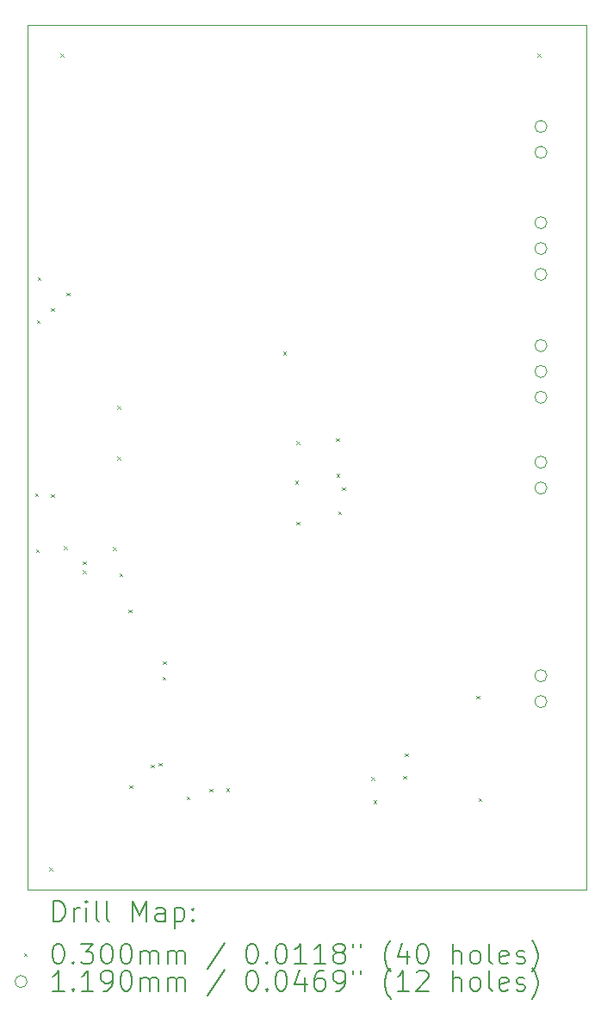
<source format=gbr>
%TF.GenerationSoftware,KiCad,Pcbnew,8.0.6*%
%TF.CreationDate,2025-02-23T18:05:16+01:00*%
%TF.ProjectId,TocBoatReceiver,546f6342-6f61-4745-9265-636569766572,rev?*%
%TF.SameCoordinates,Original*%
%TF.FileFunction,Drillmap*%
%TF.FilePolarity,Positive*%
%FSLAX45Y45*%
G04 Gerber Fmt 4.5, Leading zero omitted, Abs format (unit mm)*
G04 Created by KiCad (PCBNEW 8.0.6) date 2025-02-23 18:05:16*
%MOMM*%
%LPD*%
G01*
G04 APERTURE LIST*
%ADD10C,0.050000*%
%ADD11C,0.200000*%
%ADD12C,0.100000*%
%ADD13C,0.119000*%
G04 APERTURE END LIST*
D10*
X13150000Y-4900000D02*
X18650000Y-4900000D01*
X18650000Y-13400000D01*
X13150000Y-13400000D01*
X13150000Y-4900000D01*
D11*
D12*
X13225000Y-9505000D02*
X13255000Y-9535000D01*
X13255000Y-9505000D02*
X13225000Y-9535000D01*
X13235000Y-10055000D02*
X13265000Y-10085000D01*
X13265000Y-10055000D02*
X13235000Y-10085000D01*
X13245000Y-7805000D02*
X13275000Y-7835000D01*
X13275000Y-7805000D02*
X13245000Y-7835000D01*
X13253175Y-7381825D02*
X13283175Y-7411825D01*
X13283175Y-7381825D02*
X13253175Y-7411825D01*
X13365000Y-13185000D02*
X13395000Y-13215000D01*
X13395000Y-13185000D02*
X13365000Y-13215000D01*
X13385000Y-7685000D02*
X13415000Y-7715000D01*
X13415000Y-7685000D02*
X13385000Y-7715000D01*
X13385000Y-9515000D02*
X13415000Y-9545000D01*
X13415000Y-9515000D02*
X13385000Y-9545000D01*
X13475000Y-5185000D02*
X13505000Y-5215000D01*
X13505000Y-5185000D02*
X13475000Y-5215000D01*
X13508650Y-10025000D02*
X13538650Y-10055000D01*
X13538650Y-10025000D02*
X13508650Y-10055000D01*
X13535000Y-7535000D02*
X13565000Y-7565000D01*
X13565000Y-7535000D02*
X13535000Y-7565000D01*
X13695000Y-10175000D02*
X13725000Y-10205000D01*
X13725000Y-10175000D02*
X13695000Y-10205000D01*
X13695000Y-10265000D02*
X13725000Y-10295000D01*
X13725000Y-10265000D02*
X13695000Y-10295000D01*
X13995000Y-10035000D02*
X14025000Y-10065000D01*
X14025000Y-10035000D02*
X13995000Y-10065000D01*
X14035000Y-8645000D02*
X14065000Y-8675000D01*
X14065000Y-8645000D02*
X14035000Y-8675000D01*
X14035000Y-9145000D02*
X14065000Y-9175000D01*
X14065000Y-9145000D02*
X14035000Y-9175000D01*
X14055150Y-10295150D02*
X14085150Y-10325150D01*
X14085150Y-10295150D02*
X14055150Y-10325150D01*
X14145000Y-10650000D02*
X14175000Y-10680000D01*
X14175000Y-10650000D02*
X14145000Y-10680000D01*
X14155000Y-12375000D02*
X14185000Y-12405000D01*
X14185000Y-12375000D02*
X14155000Y-12405000D01*
X14365000Y-12175000D02*
X14395000Y-12205000D01*
X14395000Y-12175000D02*
X14365000Y-12205000D01*
X14442311Y-12154431D02*
X14472311Y-12184431D01*
X14472311Y-12154431D02*
X14442311Y-12184431D01*
X14480154Y-11309846D02*
X14510154Y-11339846D01*
X14510154Y-11309846D02*
X14480154Y-11339846D01*
X14484132Y-11155950D02*
X14514132Y-11185950D01*
X14514132Y-11155950D02*
X14484132Y-11185950D01*
X14715000Y-12485000D02*
X14745000Y-12515000D01*
X14745000Y-12485000D02*
X14715000Y-12515000D01*
X14941699Y-12411645D02*
X14971699Y-12441645D01*
X14971699Y-12411645D02*
X14941699Y-12441645D01*
X15105000Y-12405000D02*
X15135000Y-12435000D01*
X15135000Y-12405000D02*
X15105000Y-12435000D01*
X15665000Y-8115000D02*
X15695000Y-8145000D01*
X15695000Y-8115000D02*
X15665000Y-8145000D01*
X15785000Y-9385000D02*
X15815000Y-9415000D01*
X15815000Y-9385000D02*
X15785000Y-9415000D01*
X15795000Y-8995000D02*
X15825000Y-9025000D01*
X15825000Y-8995000D02*
X15795000Y-9025000D01*
X15795000Y-9785000D02*
X15825000Y-9815000D01*
X15825000Y-9785000D02*
X15795000Y-9815000D01*
X16185083Y-8965083D02*
X16215083Y-8995083D01*
X16215083Y-8965083D02*
X16185083Y-8995083D01*
X16188650Y-9315000D02*
X16218650Y-9345000D01*
X16218650Y-9315000D02*
X16188650Y-9345000D01*
X16205000Y-9685000D02*
X16235000Y-9715000D01*
X16235000Y-9685000D02*
X16205000Y-9715000D01*
X16245000Y-9445000D02*
X16275000Y-9475000D01*
X16275000Y-9445000D02*
X16245000Y-9475000D01*
X16535000Y-12295000D02*
X16565000Y-12325000D01*
X16565000Y-12295000D02*
X16535000Y-12325000D01*
X16555000Y-12525000D02*
X16585000Y-12555000D01*
X16585000Y-12525000D02*
X16555000Y-12555000D01*
X16845000Y-12285000D02*
X16875000Y-12315000D01*
X16875000Y-12285000D02*
X16845000Y-12315000D01*
X16865000Y-12065000D02*
X16895000Y-12095000D01*
X16895000Y-12065000D02*
X16865000Y-12095000D01*
X17565000Y-11495000D02*
X17595000Y-11525000D01*
X17595000Y-11495000D02*
X17565000Y-11525000D01*
X17585000Y-12505000D02*
X17615000Y-12535000D01*
X17615000Y-12505000D02*
X17585000Y-12535000D01*
X18165000Y-5185000D02*
X18195000Y-5215000D01*
X18195000Y-5185000D02*
X18165000Y-5215000D01*
D13*
X18259500Y-5900000D02*
G75*
G02*
X18140500Y-5900000I-59500J0D01*
G01*
X18140500Y-5900000D02*
G75*
G02*
X18259500Y-5900000I59500J0D01*
G01*
X18259500Y-6154000D02*
G75*
G02*
X18140500Y-6154000I-59500J0D01*
G01*
X18140500Y-6154000D02*
G75*
G02*
X18259500Y-6154000I59500J0D01*
G01*
X18259500Y-6846000D02*
G75*
G02*
X18140500Y-6846000I-59500J0D01*
G01*
X18140500Y-6846000D02*
G75*
G02*
X18259500Y-6846000I59500J0D01*
G01*
X18259500Y-7100000D02*
G75*
G02*
X18140500Y-7100000I-59500J0D01*
G01*
X18140500Y-7100000D02*
G75*
G02*
X18259500Y-7100000I59500J0D01*
G01*
X18259500Y-7354000D02*
G75*
G02*
X18140500Y-7354000I-59500J0D01*
G01*
X18140500Y-7354000D02*
G75*
G02*
X18259500Y-7354000I59500J0D01*
G01*
X18259500Y-8054000D02*
G75*
G02*
X18140500Y-8054000I-59500J0D01*
G01*
X18140500Y-8054000D02*
G75*
G02*
X18259500Y-8054000I59500J0D01*
G01*
X18259500Y-8308000D02*
G75*
G02*
X18140500Y-8308000I-59500J0D01*
G01*
X18140500Y-8308000D02*
G75*
G02*
X18259500Y-8308000I59500J0D01*
G01*
X18259500Y-8562000D02*
G75*
G02*
X18140500Y-8562000I-59500J0D01*
G01*
X18140500Y-8562000D02*
G75*
G02*
X18259500Y-8562000I59500J0D01*
G01*
X18259500Y-9200000D02*
G75*
G02*
X18140500Y-9200000I-59500J0D01*
G01*
X18140500Y-9200000D02*
G75*
G02*
X18259500Y-9200000I59500J0D01*
G01*
X18259500Y-9454000D02*
G75*
G02*
X18140500Y-9454000I-59500J0D01*
G01*
X18140500Y-9454000D02*
G75*
G02*
X18259500Y-9454000I59500J0D01*
G01*
X18259500Y-11300000D02*
G75*
G02*
X18140500Y-11300000I-59500J0D01*
G01*
X18140500Y-11300000D02*
G75*
G02*
X18259500Y-11300000I59500J0D01*
G01*
X18259500Y-11554000D02*
G75*
G02*
X18140500Y-11554000I-59500J0D01*
G01*
X18140500Y-11554000D02*
G75*
G02*
X18259500Y-11554000I59500J0D01*
G01*
D11*
X13408277Y-13713984D02*
X13408277Y-13513984D01*
X13408277Y-13513984D02*
X13455896Y-13513984D01*
X13455896Y-13513984D02*
X13484467Y-13523508D01*
X13484467Y-13523508D02*
X13503515Y-13542555D01*
X13503515Y-13542555D02*
X13513039Y-13561603D01*
X13513039Y-13561603D02*
X13522562Y-13599698D01*
X13522562Y-13599698D02*
X13522562Y-13628269D01*
X13522562Y-13628269D02*
X13513039Y-13666365D01*
X13513039Y-13666365D02*
X13503515Y-13685412D01*
X13503515Y-13685412D02*
X13484467Y-13704460D01*
X13484467Y-13704460D02*
X13455896Y-13713984D01*
X13455896Y-13713984D02*
X13408277Y-13713984D01*
X13608277Y-13713984D02*
X13608277Y-13580650D01*
X13608277Y-13618746D02*
X13617801Y-13599698D01*
X13617801Y-13599698D02*
X13627324Y-13590174D01*
X13627324Y-13590174D02*
X13646372Y-13580650D01*
X13646372Y-13580650D02*
X13665420Y-13580650D01*
X13732086Y-13713984D02*
X13732086Y-13580650D01*
X13732086Y-13513984D02*
X13722562Y-13523508D01*
X13722562Y-13523508D02*
X13732086Y-13533031D01*
X13732086Y-13533031D02*
X13741610Y-13523508D01*
X13741610Y-13523508D02*
X13732086Y-13513984D01*
X13732086Y-13513984D02*
X13732086Y-13533031D01*
X13855896Y-13713984D02*
X13836848Y-13704460D01*
X13836848Y-13704460D02*
X13827324Y-13685412D01*
X13827324Y-13685412D02*
X13827324Y-13513984D01*
X13960658Y-13713984D02*
X13941610Y-13704460D01*
X13941610Y-13704460D02*
X13932086Y-13685412D01*
X13932086Y-13685412D02*
X13932086Y-13513984D01*
X14189229Y-13713984D02*
X14189229Y-13513984D01*
X14189229Y-13513984D02*
X14255896Y-13656841D01*
X14255896Y-13656841D02*
X14322562Y-13513984D01*
X14322562Y-13513984D02*
X14322562Y-13713984D01*
X14503515Y-13713984D02*
X14503515Y-13609222D01*
X14503515Y-13609222D02*
X14493991Y-13590174D01*
X14493991Y-13590174D02*
X14474943Y-13580650D01*
X14474943Y-13580650D02*
X14436848Y-13580650D01*
X14436848Y-13580650D02*
X14417801Y-13590174D01*
X14503515Y-13704460D02*
X14484467Y-13713984D01*
X14484467Y-13713984D02*
X14436848Y-13713984D01*
X14436848Y-13713984D02*
X14417801Y-13704460D01*
X14417801Y-13704460D02*
X14408277Y-13685412D01*
X14408277Y-13685412D02*
X14408277Y-13666365D01*
X14408277Y-13666365D02*
X14417801Y-13647317D01*
X14417801Y-13647317D02*
X14436848Y-13637793D01*
X14436848Y-13637793D02*
X14484467Y-13637793D01*
X14484467Y-13637793D02*
X14503515Y-13628269D01*
X14598753Y-13580650D02*
X14598753Y-13780650D01*
X14598753Y-13590174D02*
X14617801Y-13580650D01*
X14617801Y-13580650D02*
X14655896Y-13580650D01*
X14655896Y-13580650D02*
X14674943Y-13590174D01*
X14674943Y-13590174D02*
X14684467Y-13599698D01*
X14684467Y-13599698D02*
X14693991Y-13618746D01*
X14693991Y-13618746D02*
X14693991Y-13675888D01*
X14693991Y-13675888D02*
X14684467Y-13694936D01*
X14684467Y-13694936D02*
X14674943Y-13704460D01*
X14674943Y-13704460D02*
X14655896Y-13713984D01*
X14655896Y-13713984D02*
X14617801Y-13713984D01*
X14617801Y-13713984D02*
X14598753Y-13704460D01*
X14779705Y-13694936D02*
X14789229Y-13704460D01*
X14789229Y-13704460D02*
X14779705Y-13713984D01*
X14779705Y-13713984D02*
X14770182Y-13704460D01*
X14770182Y-13704460D02*
X14779705Y-13694936D01*
X14779705Y-13694936D02*
X14779705Y-13713984D01*
X14779705Y-13590174D02*
X14789229Y-13599698D01*
X14789229Y-13599698D02*
X14779705Y-13609222D01*
X14779705Y-13609222D02*
X14770182Y-13599698D01*
X14770182Y-13599698D02*
X14779705Y-13590174D01*
X14779705Y-13590174D02*
X14779705Y-13609222D01*
D12*
X13117500Y-14027500D02*
X13147500Y-14057500D01*
X13147500Y-14027500D02*
X13117500Y-14057500D01*
D11*
X13446372Y-13933984D02*
X13465420Y-13933984D01*
X13465420Y-13933984D02*
X13484467Y-13943508D01*
X13484467Y-13943508D02*
X13493991Y-13953031D01*
X13493991Y-13953031D02*
X13503515Y-13972079D01*
X13503515Y-13972079D02*
X13513039Y-14010174D01*
X13513039Y-14010174D02*
X13513039Y-14057793D01*
X13513039Y-14057793D02*
X13503515Y-14095888D01*
X13503515Y-14095888D02*
X13493991Y-14114936D01*
X13493991Y-14114936D02*
X13484467Y-14124460D01*
X13484467Y-14124460D02*
X13465420Y-14133984D01*
X13465420Y-14133984D02*
X13446372Y-14133984D01*
X13446372Y-14133984D02*
X13427324Y-14124460D01*
X13427324Y-14124460D02*
X13417801Y-14114936D01*
X13417801Y-14114936D02*
X13408277Y-14095888D01*
X13408277Y-14095888D02*
X13398753Y-14057793D01*
X13398753Y-14057793D02*
X13398753Y-14010174D01*
X13398753Y-14010174D02*
X13408277Y-13972079D01*
X13408277Y-13972079D02*
X13417801Y-13953031D01*
X13417801Y-13953031D02*
X13427324Y-13943508D01*
X13427324Y-13943508D02*
X13446372Y-13933984D01*
X13598753Y-14114936D02*
X13608277Y-14124460D01*
X13608277Y-14124460D02*
X13598753Y-14133984D01*
X13598753Y-14133984D02*
X13589229Y-14124460D01*
X13589229Y-14124460D02*
X13598753Y-14114936D01*
X13598753Y-14114936D02*
X13598753Y-14133984D01*
X13674943Y-13933984D02*
X13798753Y-13933984D01*
X13798753Y-13933984D02*
X13732086Y-14010174D01*
X13732086Y-14010174D02*
X13760658Y-14010174D01*
X13760658Y-14010174D02*
X13779705Y-14019698D01*
X13779705Y-14019698D02*
X13789229Y-14029222D01*
X13789229Y-14029222D02*
X13798753Y-14048269D01*
X13798753Y-14048269D02*
X13798753Y-14095888D01*
X13798753Y-14095888D02*
X13789229Y-14114936D01*
X13789229Y-14114936D02*
X13779705Y-14124460D01*
X13779705Y-14124460D02*
X13760658Y-14133984D01*
X13760658Y-14133984D02*
X13703515Y-14133984D01*
X13703515Y-14133984D02*
X13684467Y-14124460D01*
X13684467Y-14124460D02*
X13674943Y-14114936D01*
X13922562Y-13933984D02*
X13941610Y-13933984D01*
X13941610Y-13933984D02*
X13960658Y-13943508D01*
X13960658Y-13943508D02*
X13970182Y-13953031D01*
X13970182Y-13953031D02*
X13979705Y-13972079D01*
X13979705Y-13972079D02*
X13989229Y-14010174D01*
X13989229Y-14010174D02*
X13989229Y-14057793D01*
X13989229Y-14057793D02*
X13979705Y-14095888D01*
X13979705Y-14095888D02*
X13970182Y-14114936D01*
X13970182Y-14114936D02*
X13960658Y-14124460D01*
X13960658Y-14124460D02*
X13941610Y-14133984D01*
X13941610Y-14133984D02*
X13922562Y-14133984D01*
X13922562Y-14133984D02*
X13903515Y-14124460D01*
X13903515Y-14124460D02*
X13893991Y-14114936D01*
X13893991Y-14114936D02*
X13884467Y-14095888D01*
X13884467Y-14095888D02*
X13874943Y-14057793D01*
X13874943Y-14057793D02*
X13874943Y-14010174D01*
X13874943Y-14010174D02*
X13884467Y-13972079D01*
X13884467Y-13972079D02*
X13893991Y-13953031D01*
X13893991Y-13953031D02*
X13903515Y-13943508D01*
X13903515Y-13943508D02*
X13922562Y-13933984D01*
X14113039Y-13933984D02*
X14132086Y-13933984D01*
X14132086Y-13933984D02*
X14151134Y-13943508D01*
X14151134Y-13943508D02*
X14160658Y-13953031D01*
X14160658Y-13953031D02*
X14170182Y-13972079D01*
X14170182Y-13972079D02*
X14179705Y-14010174D01*
X14179705Y-14010174D02*
X14179705Y-14057793D01*
X14179705Y-14057793D02*
X14170182Y-14095888D01*
X14170182Y-14095888D02*
X14160658Y-14114936D01*
X14160658Y-14114936D02*
X14151134Y-14124460D01*
X14151134Y-14124460D02*
X14132086Y-14133984D01*
X14132086Y-14133984D02*
X14113039Y-14133984D01*
X14113039Y-14133984D02*
X14093991Y-14124460D01*
X14093991Y-14124460D02*
X14084467Y-14114936D01*
X14084467Y-14114936D02*
X14074943Y-14095888D01*
X14074943Y-14095888D02*
X14065420Y-14057793D01*
X14065420Y-14057793D02*
X14065420Y-14010174D01*
X14065420Y-14010174D02*
X14074943Y-13972079D01*
X14074943Y-13972079D02*
X14084467Y-13953031D01*
X14084467Y-13953031D02*
X14093991Y-13943508D01*
X14093991Y-13943508D02*
X14113039Y-13933984D01*
X14265420Y-14133984D02*
X14265420Y-14000650D01*
X14265420Y-14019698D02*
X14274943Y-14010174D01*
X14274943Y-14010174D02*
X14293991Y-14000650D01*
X14293991Y-14000650D02*
X14322563Y-14000650D01*
X14322563Y-14000650D02*
X14341610Y-14010174D01*
X14341610Y-14010174D02*
X14351134Y-14029222D01*
X14351134Y-14029222D02*
X14351134Y-14133984D01*
X14351134Y-14029222D02*
X14360658Y-14010174D01*
X14360658Y-14010174D02*
X14379705Y-14000650D01*
X14379705Y-14000650D02*
X14408277Y-14000650D01*
X14408277Y-14000650D02*
X14427324Y-14010174D01*
X14427324Y-14010174D02*
X14436848Y-14029222D01*
X14436848Y-14029222D02*
X14436848Y-14133984D01*
X14532086Y-14133984D02*
X14532086Y-14000650D01*
X14532086Y-14019698D02*
X14541610Y-14010174D01*
X14541610Y-14010174D02*
X14560658Y-14000650D01*
X14560658Y-14000650D02*
X14589229Y-14000650D01*
X14589229Y-14000650D02*
X14608277Y-14010174D01*
X14608277Y-14010174D02*
X14617801Y-14029222D01*
X14617801Y-14029222D02*
X14617801Y-14133984D01*
X14617801Y-14029222D02*
X14627324Y-14010174D01*
X14627324Y-14010174D02*
X14646372Y-14000650D01*
X14646372Y-14000650D02*
X14674943Y-14000650D01*
X14674943Y-14000650D02*
X14693991Y-14010174D01*
X14693991Y-14010174D02*
X14703515Y-14029222D01*
X14703515Y-14029222D02*
X14703515Y-14133984D01*
X15093991Y-13924460D02*
X14922563Y-14181603D01*
X15351134Y-13933984D02*
X15370182Y-13933984D01*
X15370182Y-13933984D02*
X15389229Y-13943508D01*
X15389229Y-13943508D02*
X15398753Y-13953031D01*
X15398753Y-13953031D02*
X15408277Y-13972079D01*
X15408277Y-13972079D02*
X15417801Y-14010174D01*
X15417801Y-14010174D02*
X15417801Y-14057793D01*
X15417801Y-14057793D02*
X15408277Y-14095888D01*
X15408277Y-14095888D02*
X15398753Y-14114936D01*
X15398753Y-14114936D02*
X15389229Y-14124460D01*
X15389229Y-14124460D02*
X15370182Y-14133984D01*
X15370182Y-14133984D02*
X15351134Y-14133984D01*
X15351134Y-14133984D02*
X15332086Y-14124460D01*
X15332086Y-14124460D02*
X15322563Y-14114936D01*
X15322563Y-14114936D02*
X15313039Y-14095888D01*
X15313039Y-14095888D02*
X15303515Y-14057793D01*
X15303515Y-14057793D02*
X15303515Y-14010174D01*
X15303515Y-14010174D02*
X15313039Y-13972079D01*
X15313039Y-13972079D02*
X15322563Y-13953031D01*
X15322563Y-13953031D02*
X15332086Y-13943508D01*
X15332086Y-13943508D02*
X15351134Y-13933984D01*
X15503515Y-14114936D02*
X15513039Y-14124460D01*
X15513039Y-14124460D02*
X15503515Y-14133984D01*
X15503515Y-14133984D02*
X15493991Y-14124460D01*
X15493991Y-14124460D02*
X15503515Y-14114936D01*
X15503515Y-14114936D02*
X15503515Y-14133984D01*
X15636848Y-13933984D02*
X15655896Y-13933984D01*
X15655896Y-13933984D02*
X15674944Y-13943508D01*
X15674944Y-13943508D02*
X15684467Y-13953031D01*
X15684467Y-13953031D02*
X15693991Y-13972079D01*
X15693991Y-13972079D02*
X15703515Y-14010174D01*
X15703515Y-14010174D02*
X15703515Y-14057793D01*
X15703515Y-14057793D02*
X15693991Y-14095888D01*
X15693991Y-14095888D02*
X15684467Y-14114936D01*
X15684467Y-14114936D02*
X15674944Y-14124460D01*
X15674944Y-14124460D02*
X15655896Y-14133984D01*
X15655896Y-14133984D02*
X15636848Y-14133984D01*
X15636848Y-14133984D02*
X15617801Y-14124460D01*
X15617801Y-14124460D02*
X15608277Y-14114936D01*
X15608277Y-14114936D02*
X15598753Y-14095888D01*
X15598753Y-14095888D02*
X15589229Y-14057793D01*
X15589229Y-14057793D02*
X15589229Y-14010174D01*
X15589229Y-14010174D02*
X15598753Y-13972079D01*
X15598753Y-13972079D02*
X15608277Y-13953031D01*
X15608277Y-13953031D02*
X15617801Y-13943508D01*
X15617801Y-13943508D02*
X15636848Y-13933984D01*
X15893991Y-14133984D02*
X15779706Y-14133984D01*
X15836848Y-14133984D02*
X15836848Y-13933984D01*
X15836848Y-13933984D02*
X15817801Y-13962555D01*
X15817801Y-13962555D02*
X15798753Y-13981603D01*
X15798753Y-13981603D02*
X15779706Y-13991127D01*
X16084467Y-14133984D02*
X15970182Y-14133984D01*
X16027325Y-14133984D02*
X16027325Y-13933984D01*
X16027325Y-13933984D02*
X16008277Y-13962555D01*
X16008277Y-13962555D02*
X15989229Y-13981603D01*
X15989229Y-13981603D02*
X15970182Y-13991127D01*
X16198753Y-14019698D02*
X16179706Y-14010174D01*
X16179706Y-14010174D02*
X16170182Y-14000650D01*
X16170182Y-14000650D02*
X16160658Y-13981603D01*
X16160658Y-13981603D02*
X16160658Y-13972079D01*
X16160658Y-13972079D02*
X16170182Y-13953031D01*
X16170182Y-13953031D02*
X16179706Y-13943508D01*
X16179706Y-13943508D02*
X16198753Y-13933984D01*
X16198753Y-13933984D02*
X16236848Y-13933984D01*
X16236848Y-13933984D02*
X16255896Y-13943508D01*
X16255896Y-13943508D02*
X16265420Y-13953031D01*
X16265420Y-13953031D02*
X16274944Y-13972079D01*
X16274944Y-13972079D02*
X16274944Y-13981603D01*
X16274944Y-13981603D02*
X16265420Y-14000650D01*
X16265420Y-14000650D02*
X16255896Y-14010174D01*
X16255896Y-14010174D02*
X16236848Y-14019698D01*
X16236848Y-14019698D02*
X16198753Y-14019698D01*
X16198753Y-14019698D02*
X16179706Y-14029222D01*
X16179706Y-14029222D02*
X16170182Y-14038746D01*
X16170182Y-14038746D02*
X16160658Y-14057793D01*
X16160658Y-14057793D02*
X16160658Y-14095888D01*
X16160658Y-14095888D02*
X16170182Y-14114936D01*
X16170182Y-14114936D02*
X16179706Y-14124460D01*
X16179706Y-14124460D02*
X16198753Y-14133984D01*
X16198753Y-14133984D02*
X16236848Y-14133984D01*
X16236848Y-14133984D02*
X16255896Y-14124460D01*
X16255896Y-14124460D02*
X16265420Y-14114936D01*
X16265420Y-14114936D02*
X16274944Y-14095888D01*
X16274944Y-14095888D02*
X16274944Y-14057793D01*
X16274944Y-14057793D02*
X16265420Y-14038746D01*
X16265420Y-14038746D02*
X16255896Y-14029222D01*
X16255896Y-14029222D02*
X16236848Y-14019698D01*
X16351134Y-13933984D02*
X16351134Y-13972079D01*
X16427325Y-13933984D02*
X16427325Y-13972079D01*
X16722563Y-14210174D02*
X16713039Y-14200650D01*
X16713039Y-14200650D02*
X16693991Y-14172079D01*
X16693991Y-14172079D02*
X16684468Y-14153031D01*
X16684468Y-14153031D02*
X16674944Y-14124460D01*
X16674944Y-14124460D02*
X16665420Y-14076841D01*
X16665420Y-14076841D02*
X16665420Y-14038746D01*
X16665420Y-14038746D02*
X16674944Y-13991127D01*
X16674944Y-13991127D02*
X16684468Y-13962555D01*
X16684468Y-13962555D02*
X16693991Y-13943508D01*
X16693991Y-13943508D02*
X16713039Y-13914936D01*
X16713039Y-13914936D02*
X16722563Y-13905412D01*
X16884468Y-14000650D02*
X16884468Y-14133984D01*
X16836849Y-13924460D02*
X16789230Y-14067317D01*
X16789230Y-14067317D02*
X16913039Y-14067317D01*
X17027325Y-13933984D02*
X17046372Y-13933984D01*
X17046372Y-13933984D02*
X17065420Y-13943508D01*
X17065420Y-13943508D02*
X17074944Y-13953031D01*
X17074944Y-13953031D02*
X17084468Y-13972079D01*
X17084468Y-13972079D02*
X17093991Y-14010174D01*
X17093991Y-14010174D02*
X17093991Y-14057793D01*
X17093991Y-14057793D02*
X17084468Y-14095888D01*
X17084468Y-14095888D02*
X17074944Y-14114936D01*
X17074944Y-14114936D02*
X17065420Y-14124460D01*
X17065420Y-14124460D02*
X17046372Y-14133984D01*
X17046372Y-14133984D02*
X17027325Y-14133984D01*
X17027325Y-14133984D02*
X17008277Y-14124460D01*
X17008277Y-14124460D02*
X16998753Y-14114936D01*
X16998753Y-14114936D02*
X16989230Y-14095888D01*
X16989230Y-14095888D02*
X16979706Y-14057793D01*
X16979706Y-14057793D02*
X16979706Y-14010174D01*
X16979706Y-14010174D02*
X16989230Y-13972079D01*
X16989230Y-13972079D02*
X16998753Y-13953031D01*
X16998753Y-13953031D02*
X17008277Y-13943508D01*
X17008277Y-13943508D02*
X17027325Y-13933984D01*
X17332087Y-14133984D02*
X17332087Y-13933984D01*
X17417801Y-14133984D02*
X17417801Y-14029222D01*
X17417801Y-14029222D02*
X17408277Y-14010174D01*
X17408277Y-14010174D02*
X17389230Y-14000650D01*
X17389230Y-14000650D02*
X17360658Y-14000650D01*
X17360658Y-14000650D02*
X17341611Y-14010174D01*
X17341611Y-14010174D02*
X17332087Y-14019698D01*
X17541611Y-14133984D02*
X17522563Y-14124460D01*
X17522563Y-14124460D02*
X17513039Y-14114936D01*
X17513039Y-14114936D02*
X17503515Y-14095888D01*
X17503515Y-14095888D02*
X17503515Y-14038746D01*
X17503515Y-14038746D02*
X17513039Y-14019698D01*
X17513039Y-14019698D02*
X17522563Y-14010174D01*
X17522563Y-14010174D02*
X17541611Y-14000650D01*
X17541611Y-14000650D02*
X17570182Y-14000650D01*
X17570182Y-14000650D02*
X17589230Y-14010174D01*
X17589230Y-14010174D02*
X17598753Y-14019698D01*
X17598753Y-14019698D02*
X17608277Y-14038746D01*
X17608277Y-14038746D02*
X17608277Y-14095888D01*
X17608277Y-14095888D02*
X17598753Y-14114936D01*
X17598753Y-14114936D02*
X17589230Y-14124460D01*
X17589230Y-14124460D02*
X17570182Y-14133984D01*
X17570182Y-14133984D02*
X17541611Y-14133984D01*
X17722563Y-14133984D02*
X17703515Y-14124460D01*
X17703515Y-14124460D02*
X17693992Y-14105412D01*
X17693992Y-14105412D02*
X17693992Y-13933984D01*
X17874944Y-14124460D02*
X17855896Y-14133984D01*
X17855896Y-14133984D02*
X17817801Y-14133984D01*
X17817801Y-14133984D02*
X17798753Y-14124460D01*
X17798753Y-14124460D02*
X17789230Y-14105412D01*
X17789230Y-14105412D02*
X17789230Y-14029222D01*
X17789230Y-14029222D02*
X17798753Y-14010174D01*
X17798753Y-14010174D02*
X17817801Y-14000650D01*
X17817801Y-14000650D02*
X17855896Y-14000650D01*
X17855896Y-14000650D02*
X17874944Y-14010174D01*
X17874944Y-14010174D02*
X17884468Y-14029222D01*
X17884468Y-14029222D02*
X17884468Y-14048269D01*
X17884468Y-14048269D02*
X17789230Y-14067317D01*
X17960658Y-14124460D02*
X17979706Y-14133984D01*
X17979706Y-14133984D02*
X18017801Y-14133984D01*
X18017801Y-14133984D02*
X18036849Y-14124460D01*
X18036849Y-14124460D02*
X18046373Y-14105412D01*
X18046373Y-14105412D02*
X18046373Y-14095888D01*
X18046373Y-14095888D02*
X18036849Y-14076841D01*
X18036849Y-14076841D02*
X18017801Y-14067317D01*
X18017801Y-14067317D02*
X17989230Y-14067317D01*
X17989230Y-14067317D02*
X17970182Y-14057793D01*
X17970182Y-14057793D02*
X17960658Y-14038746D01*
X17960658Y-14038746D02*
X17960658Y-14029222D01*
X17960658Y-14029222D02*
X17970182Y-14010174D01*
X17970182Y-14010174D02*
X17989230Y-14000650D01*
X17989230Y-14000650D02*
X18017801Y-14000650D01*
X18017801Y-14000650D02*
X18036849Y-14010174D01*
X18113039Y-14210174D02*
X18122563Y-14200650D01*
X18122563Y-14200650D02*
X18141611Y-14172079D01*
X18141611Y-14172079D02*
X18151134Y-14153031D01*
X18151134Y-14153031D02*
X18160658Y-14124460D01*
X18160658Y-14124460D02*
X18170182Y-14076841D01*
X18170182Y-14076841D02*
X18170182Y-14038746D01*
X18170182Y-14038746D02*
X18160658Y-13991127D01*
X18160658Y-13991127D02*
X18151134Y-13962555D01*
X18151134Y-13962555D02*
X18141611Y-13943508D01*
X18141611Y-13943508D02*
X18122563Y-13914936D01*
X18122563Y-13914936D02*
X18113039Y-13905412D01*
D13*
X13147500Y-14306500D02*
G75*
G02*
X13028500Y-14306500I-59500J0D01*
G01*
X13028500Y-14306500D02*
G75*
G02*
X13147500Y-14306500I59500J0D01*
G01*
D11*
X13513039Y-14397984D02*
X13398753Y-14397984D01*
X13455896Y-14397984D02*
X13455896Y-14197984D01*
X13455896Y-14197984D02*
X13436848Y-14226555D01*
X13436848Y-14226555D02*
X13417801Y-14245603D01*
X13417801Y-14245603D02*
X13398753Y-14255127D01*
X13598753Y-14378936D02*
X13608277Y-14388460D01*
X13608277Y-14388460D02*
X13598753Y-14397984D01*
X13598753Y-14397984D02*
X13589229Y-14388460D01*
X13589229Y-14388460D02*
X13598753Y-14378936D01*
X13598753Y-14378936D02*
X13598753Y-14397984D01*
X13798753Y-14397984D02*
X13684467Y-14397984D01*
X13741610Y-14397984D02*
X13741610Y-14197984D01*
X13741610Y-14197984D02*
X13722562Y-14226555D01*
X13722562Y-14226555D02*
X13703515Y-14245603D01*
X13703515Y-14245603D02*
X13684467Y-14255127D01*
X13893991Y-14397984D02*
X13932086Y-14397984D01*
X13932086Y-14397984D02*
X13951134Y-14388460D01*
X13951134Y-14388460D02*
X13960658Y-14378936D01*
X13960658Y-14378936D02*
X13979705Y-14350365D01*
X13979705Y-14350365D02*
X13989229Y-14312269D01*
X13989229Y-14312269D02*
X13989229Y-14236079D01*
X13989229Y-14236079D02*
X13979705Y-14217031D01*
X13979705Y-14217031D02*
X13970182Y-14207508D01*
X13970182Y-14207508D02*
X13951134Y-14197984D01*
X13951134Y-14197984D02*
X13913039Y-14197984D01*
X13913039Y-14197984D02*
X13893991Y-14207508D01*
X13893991Y-14207508D02*
X13884467Y-14217031D01*
X13884467Y-14217031D02*
X13874943Y-14236079D01*
X13874943Y-14236079D02*
X13874943Y-14283698D01*
X13874943Y-14283698D02*
X13884467Y-14302746D01*
X13884467Y-14302746D02*
X13893991Y-14312269D01*
X13893991Y-14312269D02*
X13913039Y-14321793D01*
X13913039Y-14321793D02*
X13951134Y-14321793D01*
X13951134Y-14321793D02*
X13970182Y-14312269D01*
X13970182Y-14312269D02*
X13979705Y-14302746D01*
X13979705Y-14302746D02*
X13989229Y-14283698D01*
X14113039Y-14197984D02*
X14132086Y-14197984D01*
X14132086Y-14197984D02*
X14151134Y-14207508D01*
X14151134Y-14207508D02*
X14160658Y-14217031D01*
X14160658Y-14217031D02*
X14170182Y-14236079D01*
X14170182Y-14236079D02*
X14179705Y-14274174D01*
X14179705Y-14274174D02*
X14179705Y-14321793D01*
X14179705Y-14321793D02*
X14170182Y-14359888D01*
X14170182Y-14359888D02*
X14160658Y-14378936D01*
X14160658Y-14378936D02*
X14151134Y-14388460D01*
X14151134Y-14388460D02*
X14132086Y-14397984D01*
X14132086Y-14397984D02*
X14113039Y-14397984D01*
X14113039Y-14397984D02*
X14093991Y-14388460D01*
X14093991Y-14388460D02*
X14084467Y-14378936D01*
X14084467Y-14378936D02*
X14074943Y-14359888D01*
X14074943Y-14359888D02*
X14065420Y-14321793D01*
X14065420Y-14321793D02*
X14065420Y-14274174D01*
X14065420Y-14274174D02*
X14074943Y-14236079D01*
X14074943Y-14236079D02*
X14084467Y-14217031D01*
X14084467Y-14217031D02*
X14093991Y-14207508D01*
X14093991Y-14207508D02*
X14113039Y-14197984D01*
X14265420Y-14397984D02*
X14265420Y-14264650D01*
X14265420Y-14283698D02*
X14274943Y-14274174D01*
X14274943Y-14274174D02*
X14293991Y-14264650D01*
X14293991Y-14264650D02*
X14322563Y-14264650D01*
X14322563Y-14264650D02*
X14341610Y-14274174D01*
X14341610Y-14274174D02*
X14351134Y-14293222D01*
X14351134Y-14293222D02*
X14351134Y-14397984D01*
X14351134Y-14293222D02*
X14360658Y-14274174D01*
X14360658Y-14274174D02*
X14379705Y-14264650D01*
X14379705Y-14264650D02*
X14408277Y-14264650D01*
X14408277Y-14264650D02*
X14427324Y-14274174D01*
X14427324Y-14274174D02*
X14436848Y-14293222D01*
X14436848Y-14293222D02*
X14436848Y-14397984D01*
X14532086Y-14397984D02*
X14532086Y-14264650D01*
X14532086Y-14283698D02*
X14541610Y-14274174D01*
X14541610Y-14274174D02*
X14560658Y-14264650D01*
X14560658Y-14264650D02*
X14589229Y-14264650D01*
X14589229Y-14264650D02*
X14608277Y-14274174D01*
X14608277Y-14274174D02*
X14617801Y-14293222D01*
X14617801Y-14293222D02*
X14617801Y-14397984D01*
X14617801Y-14293222D02*
X14627324Y-14274174D01*
X14627324Y-14274174D02*
X14646372Y-14264650D01*
X14646372Y-14264650D02*
X14674943Y-14264650D01*
X14674943Y-14264650D02*
X14693991Y-14274174D01*
X14693991Y-14274174D02*
X14703515Y-14293222D01*
X14703515Y-14293222D02*
X14703515Y-14397984D01*
X15093991Y-14188460D02*
X14922563Y-14445603D01*
X15351134Y-14197984D02*
X15370182Y-14197984D01*
X15370182Y-14197984D02*
X15389229Y-14207508D01*
X15389229Y-14207508D02*
X15398753Y-14217031D01*
X15398753Y-14217031D02*
X15408277Y-14236079D01*
X15408277Y-14236079D02*
X15417801Y-14274174D01*
X15417801Y-14274174D02*
X15417801Y-14321793D01*
X15417801Y-14321793D02*
X15408277Y-14359888D01*
X15408277Y-14359888D02*
X15398753Y-14378936D01*
X15398753Y-14378936D02*
X15389229Y-14388460D01*
X15389229Y-14388460D02*
X15370182Y-14397984D01*
X15370182Y-14397984D02*
X15351134Y-14397984D01*
X15351134Y-14397984D02*
X15332086Y-14388460D01*
X15332086Y-14388460D02*
X15322563Y-14378936D01*
X15322563Y-14378936D02*
X15313039Y-14359888D01*
X15313039Y-14359888D02*
X15303515Y-14321793D01*
X15303515Y-14321793D02*
X15303515Y-14274174D01*
X15303515Y-14274174D02*
X15313039Y-14236079D01*
X15313039Y-14236079D02*
X15322563Y-14217031D01*
X15322563Y-14217031D02*
X15332086Y-14207508D01*
X15332086Y-14207508D02*
X15351134Y-14197984D01*
X15503515Y-14378936D02*
X15513039Y-14388460D01*
X15513039Y-14388460D02*
X15503515Y-14397984D01*
X15503515Y-14397984D02*
X15493991Y-14388460D01*
X15493991Y-14388460D02*
X15503515Y-14378936D01*
X15503515Y-14378936D02*
X15503515Y-14397984D01*
X15636848Y-14197984D02*
X15655896Y-14197984D01*
X15655896Y-14197984D02*
X15674944Y-14207508D01*
X15674944Y-14207508D02*
X15684467Y-14217031D01*
X15684467Y-14217031D02*
X15693991Y-14236079D01*
X15693991Y-14236079D02*
X15703515Y-14274174D01*
X15703515Y-14274174D02*
X15703515Y-14321793D01*
X15703515Y-14321793D02*
X15693991Y-14359888D01*
X15693991Y-14359888D02*
X15684467Y-14378936D01*
X15684467Y-14378936D02*
X15674944Y-14388460D01*
X15674944Y-14388460D02*
X15655896Y-14397984D01*
X15655896Y-14397984D02*
X15636848Y-14397984D01*
X15636848Y-14397984D02*
X15617801Y-14388460D01*
X15617801Y-14388460D02*
X15608277Y-14378936D01*
X15608277Y-14378936D02*
X15598753Y-14359888D01*
X15598753Y-14359888D02*
X15589229Y-14321793D01*
X15589229Y-14321793D02*
X15589229Y-14274174D01*
X15589229Y-14274174D02*
X15598753Y-14236079D01*
X15598753Y-14236079D02*
X15608277Y-14217031D01*
X15608277Y-14217031D02*
X15617801Y-14207508D01*
X15617801Y-14207508D02*
X15636848Y-14197984D01*
X15874944Y-14264650D02*
X15874944Y-14397984D01*
X15827325Y-14188460D02*
X15779706Y-14331317D01*
X15779706Y-14331317D02*
X15903515Y-14331317D01*
X16065420Y-14197984D02*
X16027325Y-14197984D01*
X16027325Y-14197984D02*
X16008277Y-14207508D01*
X16008277Y-14207508D02*
X15998753Y-14217031D01*
X15998753Y-14217031D02*
X15979706Y-14245603D01*
X15979706Y-14245603D02*
X15970182Y-14283698D01*
X15970182Y-14283698D02*
X15970182Y-14359888D01*
X15970182Y-14359888D02*
X15979706Y-14378936D01*
X15979706Y-14378936D02*
X15989229Y-14388460D01*
X15989229Y-14388460D02*
X16008277Y-14397984D01*
X16008277Y-14397984D02*
X16046372Y-14397984D01*
X16046372Y-14397984D02*
X16065420Y-14388460D01*
X16065420Y-14388460D02*
X16074944Y-14378936D01*
X16074944Y-14378936D02*
X16084467Y-14359888D01*
X16084467Y-14359888D02*
X16084467Y-14312269D01*
X16084467Y-14312269D02*
X16074944Y-14293222D01*
X16074944Y-14293222D02*
X16065420Y-14283698D01*
X16065420Y-14283698D02*
X16046372Y-14274174D01*
X16046372Y-14274174D02*
X16008277Y-14274174D01*
X16008277Y-14274174D02*
X15989229Y-14283698D01*
X15989229Y-14283698D02*
X15979706Y-14293222D01*
X15979706Y-14293222D02*
X15970182Y-14312269D01*
X16179706Y-14397984D02*
X16217801Y-14397984D01*
X16217801Y-14397984D02*
X16236848Y-14388460D01*
X16236848Y-14388460D02*
X16246372Y-14378936D01*
X16246372Y-14378936D02*
X16265420Y-14350365D01*
X16265420Y-14350365D02*
X16274944Y-14312269D01*
X16274944Y-14312269D02*
X16274944Y-14236079D01*
X16274944Y-14236079D02*
X16265420Y-14217031D01*
X16265420Y-14217031D02*
X16255896Y-14207508D01*
X16255896Y-14207508D02*
X16236848Y-14197984D01*
X16236848Y-14197984D02*
X16198753Y-14197984D01*
X16198753Y-14197984D02*
X16179706Y-14207508D01*
X16179706Y-14207508D02*
X16170182Y-14217031D01*
X16170182Y-14217031D02*
X16160658Y-14236079D01*
X16160658Y-14236079D02*
X16160658Y-14283698D01*
X16160658Y-14283698D02*
X16170182Y-14302746D01*
X16170182Y-14302746D02*
X16179706Y-14312269D01*
X16179706Y-14312269D02*
X16198753Y-14321793D01*
X16198753Y-14321793D02*
X16236848Y-14321793D01*
X16236848Y-14321793D02*
X16255896Y-14312269D01*
X16255896Y-14312269D02*
X16265420Y-14302746D01*
X16265420Y-14302746D02*
X16274944Y-14283698D01*
X16351134Y-14197984D02*
X16351134Y-14236079D01*
X16427325Y-14197984D02*
X16427325Y-14236079D01*
X16722563Y-14474174D02*
X16713039Y-14464650D01*
X16713039Y-14464650D02*
X16693991Y-14436079D01*
X16693991Y-14436079D02*
X16684468Y-14417031D01*
X16684468Y-14417031D02*
X16674944Y-14388460D01*
X16674944Y-14388460D02*
X16665420Y-14340841D01*
X16665420Y-14340841D02*
X16665420Y-14302746D01*
X16665420Y-14302746D02*
X16674944Y-14255127D01*
X16674944Y-14255127D02*
X16684468Y-14226555D01*
X16684468Y-14226555D02*
X16693991Y-14207508D01*
X16693991Y-14207508D02*
X16713039Y-14178936D01*
X16713039Y-14178936D02*
X16722563Y-14169412D01*
X16903515Y-14397984D02*
X16789230Y-14397984D01*
X16846372Y-14397984D02*
X16846372Y-14197984D01*
X16846372Y-14197984D02*
X16827325Y-14226555D01*
X16827325Y-14226555D02*
X16808277Y-14245603D01*
X16808277Y-14245603D02*
X16789230Y-14255127D01*
X16979706Y-14217031D02*
X16989230Y-14207508D01*
X16989230Y-14207508D02*
X17008277Y-14197984D01*
X17008277Y-14197984D02*
X17055896Y-14197984D01*
X17055896Y-14197984D02*
X17074944Y-14207508D01*
X17074944Y-14207508D02*
X17084468Y-14217031D01*
X17084468Y-14217031D02*
X17093991Y-14236079D01*
X17093991Y-14236079D02*
X17093991Y-14255127D01*
X17093991Y-14255127D02*
X17084468Y-14283698D01*
X17084468Y-14283698D02*
X16970182Y-14397984D01*
X16970182Y-14397984D02*
X17093991Y-14397984D01*
X17332087Y-14397984D02*
X17332087Y-14197984D01*
X17417801Y-14397984D02*
X17417801Y-14293222D01*
X17417801Y-14293222D02*
X17408277Y-14274174D01*
X17408277Y-14274174D02*
X17389230Y-14264650D01*
X17389230Y-14264650D02*
X17360658Y-14264650D01*
X17360658Y-14264650D02*
X17341611Y-14274174D01*
X17341611Y-14274174D02*
X17332087Y-14283698D01*
X17541611Y-14397984D02*
X17522563Y-14388460D01*
X17522563Y-14388460D02*
X17513039Y-14378936D01*
X17513039Y-14378936D02*
X17503515Y-14359888D01*
X17503515Y-14359888D02*
X17503515Y-14302746D01*
X17503515Y-14302746D02*
X17513039Y-14283698D01*
X17513039Y-14283698D02*
X17522563Y-14274174D01*
X17522563Y-14274174D02*
X17541611Y-14264650D01*
X17541611Y-14264650D02*
X17570182Y-14264650D01*
X17570182Y-14264650D02*
X17589230Y-14274174D01*
X17589230Y-14274174D02*
X17598753Y-14283698D01*
X17598753Y-14283698D02*
X17608277Y-14302746D01*
X17608277Y-14302746D02*
X17608277Y-14359888D01*
X17608277Y-14359888D02*
X17598753Y-14378936D01*
X17598753Y-14378936D02*
X17589230Y-14388460D01*
X17589230Y-14388460D02*
X17570182Y-14397984D01*
X17570182Y-14397984D02*
X17541611Y-14397984D01*
X17722563Y-14397984D02*
X17703515Y-14388460D01*
X17703515Y-14388460D02*
X17693992Y-14369412D01*
X17693992Y-14369412D02*
X17693992Y-14197984D01*
X17874944Y-14388460D02*
X17855896Y-14397984D01*
X17855896Y-14397984D02*
X17817801Y-14397984D01*
X17817801Y-14397984D02*
X17798753Y-14388460D01*
X17798753Y-14388460D02*
X17789230Y-14369412D01*
X17789230Y-14369412D02*
X17789230Y-14293222D01*
X17789230Y-14293222D02*
X17798753Y-14274174D01*
X17798753Y-14274174D02*
X17817801Y-14264650D01*
X17817801Y-14264650D02*
X17855896Y-14264650D01*
X17855896Y-14264650D02*
X17874944Y-14274174D01*
X17874944Y-14274174D02*
X17884468Y-14293222D01*
X17884468Y-14293222D02*
X17884468Y-14312269D01*
X17884468Y-14312269D02*
X17789230Y-14331317D01*
X17960658Y-14388460D02*
X17979706Y-14397984D01*
X17979706Y-14397984D02*
X18017801Y-14397984D01*
X18017801Y-14397984D02*
X18036849Y-14388460D01*
X18036849Y-14388460D02*
X18046373Y-14369412D01*
X18046373Y-14369412D02*
X18046373Y-14359888D01*
X18046373Y-14359888D02*
X18036849Y-14340841D01*
X18036849Y-14340841D02*
X18017801Y-14331317D01*
X18017801Y-14331317D02*
X17989230Y-14331317D01*
X17989230Y-14331317D02*
X17970182Y-14321793D01*
X17970182Y-14321793D02*
X17960658Y-14302746D01*
X17960658Y-14302746D02*
X17960658Y-14293222D01*
X17960658Y-14293222D02*
X17970182Y-14274174D01*
X17970182Y-14274174D02*
X17989230Y-14264650D01*
X17989230Y-14264650D02*
X18017801Y-14264650D01*
X18017801Y-14264650D02*
X18036849Y-14274174D01*
X18113039Y-14474174D02*
X18122563Y-14464650D01*
X18122563Y-14464650D02*
X18141611Y-14436079D01*
X18141611Y-14436079D02*
X18151134Y-14417031D01*
X18151134Y-14417031D02*
X18160658Y-14388460D01*
X18160658Y-14388460D02*
X18170182Y-14340841D01*
X18170182Y-14340841D02*
X18170182Y-14302746D01*
X18170182Y-14302746D02*
X18160658Y-14255127D01*
X18160658Y-14255127D02*
X18151134Y-14226555D01*
X18151134Y-14226555D02*
X18141611Y-14207508D01*
X18141611Y-14207508D02*
X18122563Y-14178936D01*
X18122563Y-14178936D02*
X18113039Y-14169412D01*
M02*

</source>
